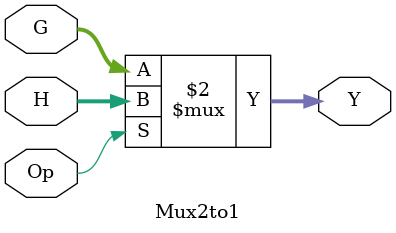
<source format=v>
`timescale 1ns / 1ps


    module Mux2to1(input [7:0]G,H,input Op,output wire [7:0] Y);
           assign Y = (Op == 1'b0)? G: H;
    endmodule

</source>
